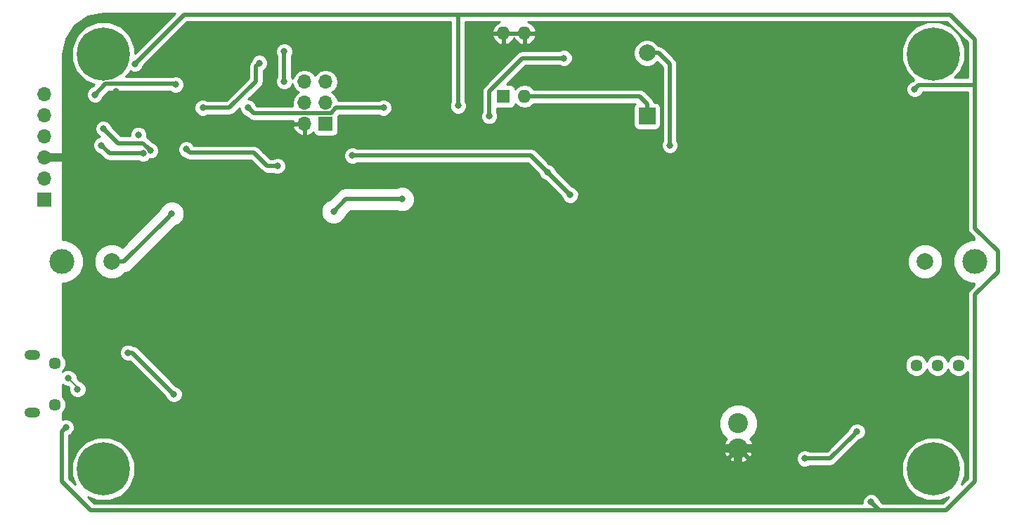
<source format=gbl>
G04 #@! TF.GenerationSoftware,KiCad,Pcbnew,(2017-07-16 revision e797af331)-makepkg*
G04 #@! TF.CreationDate,2018-05-04T01:25:42+02:00*
G04 #@! TF.ProjectId,BRNG,42524E472E6B696361645F7063620000,First release*
G04 #@! TF.SameCoordinates,Original
G04 #@! TF.FileFunction,Copper,L2,Bot,Signal*
G04 #@! TF.FilePolarity,Positive*
%FSLAX46Y46*%
G04 Gerber Fmt 4.6, Leading zero omitted, Abs format (unit mm)*
G04 Created by KiCad (PCBNEW (2017-07-16 revision e797af331)-makepkg) date 05/04/18 01:25:42*
%MOMM*%
%LPD*%
G01*
G04 APERTURE LIST*
%ADD10C,2.000000*%
%ADD11R,2.000000X2.000000*%
%ADD12O,1.700000X1.700000*%
%ADD13R,1.700000X1.700000*%
%ADD14C,6.400000*%
%ADD15C,0.800000*%
%ADD16C,3.000000*%
%ADD17O,1.900000X1.200000*%
%ADD18C,1.450000*%
%ADD19C,2.400000*%
%ADD20C,1.440000*%
%ADD21O,1.600000X1.600000*%
%ADD22R,1.600000X1.600000*%
%ADD23C,0.500000*%
%ADD24C,1.000000*%
%ADD25C,0.200000*%
%ADD26C,0.254000*%
G04 APERTURE END LIST*
D10*
X163500000Y-61400000D03*
D11*
X163500000Y-69000000D03*
D12*
X90900000Y-66390000D03*
X90900000Y-68930000D03*
X90900000Y-71470000D03*
X90900000Y-74010000D03*
X90900000Y-76550000D03*
D13*
X90900000Y-79090000D03*
D14*
X198000000Y-111500000D03*
D15*
X200400000Y-111500000D03*
X199697056Y-113197056D03*
X198000000Y-113900000D03*
X196302944Y-113197056D03*
X195600000Y-111500000D03*
X196302944Y-109802944D03*
X198000000Y-109100000D03*
X199697056Y-109802944D03*
D14*
X198000000Y-61500000D03*
D15*
X200400000Y-61500000D03*
X199697056Y-63197056D03*
X198000000Y-63900000D03*
X196302944Y-63197056D03*
X195600000Y-61500000D03*
X196302944Y-59802944D03*
X198000000Y-59100000D03*
X199697056Y-59802944D03*
D14*
X98000000Y-61500000D03*
D15*
X100400000Y-61500000D03*
X99697056Y-63197056D03*
X98000000Y-63900000D03*
X96302944Y-63197056D03*
X95600000Y-61500000D03*
X96302944Y-59802944D03*
X98000000Y-59100000D03*
X99697056Y-59802944D03*
D14*
X98000000Y-111500000D03*
D15*
X100400000Y-111500000D03*
X99697056Y-113197056D03*
X98000000Y-113900000D03*
X96302944Y-113197056D03*
X95600000Y-111500000D03*
X96302944Y-109802944D03*
X98000000Y-109100000D03*
X99697056Y-109802944D03*
D10*
X197000000Y-86500000D03*
D16*
X203000000Y-86500000D03*
D10*
X99000000Y-86500000D03*
D16*
X93000000Y-86500000D03*
D12*
X122260000Y-64860000D03*
X124800000Y-64860000D03*
X122260000Y-67400000D03*
X124800000Y-67400000D03*
X122260000Y-69940000D03*
D13*
X124800000Y-69940000D03*
D17*
X89450000Y-104750000D03*
X89450000Y-97750000D03*
D18*
X92150000Y-103750000D03*
X92150000Y-98750000D03*
D19*
X174500000Y-106000000D03*
X174500000Y-109000000D03*
D20*
X195960000Y-99000000D03*
X198500000Y-99000000D03*
X201040000Y-99000000D03*
D21*
X146210000Y-59000000D03*
X148750000Y-66620000D03*
X148750000Y-59000000D03*
D22*
X146210000Y-66620000D03*
D15*
X166250000Y-72500000D03*
X158500000Y-70050000D03*
X129250000Y-64000000D03*
X131000000Y-60000000D03*
X94500000Y-107250000D03*
X193500000Y-115250000D03*
X193500000Y-62500000D03*
X99500000Y-66000000D03*
X127750000Y-69250000D03*
X135500000Y-72000000D03*
X146500000Y-78750000D03*
X150750000Y-77500000D03*
X153250000Y-73500000D03*
X154750000Y-71500000D03*
X117500000Y-71750000D03*
X117500000Y-73250000D03*
X187000000Y-106800000D03*
X112250000Y-70500000D03*
X114500000Y-65000000D03*
X114000000Y-70500000D03*
X114300000Y-101950000D03*
X109500000Y-98500000D03*
X96500000Y-97500000D03*
X95500000Y-97500000D03*
X196500000Y-107000000D03*
X119800000Y-61200000D03*
X119800000Y-64800000D03*
X134000000Y-79000000D03*
X125750000Y-80500000D03*
X106250000Y-80750000D03*
X101800000Y-62700000D03*
X106700000Y-65200000D03*
X97000000Y-66400000D03*
X110000000Y-68000000D03*
X116800000Y-62600000D03*
X102250000Y-71250000D03*
X100999976Y-97500000D03*
X106500000Y-102500000D03*
X153500000Y-62000000D03*
X144500000Y-69000000D03*
X94900000Y-101900000D03*
X93800000Y-100550000D03*
X103679888Y-73141757D03*
X98000000Y-70500004D03*
X102800010Y-73500000D03*
X97750000Y-72500000D03*
X188800000Y-107000000D03*
X182500000Y-110250000D03*
X154250000Y-78500000D03*
X151500000Y-75750000D03*
X128000000Y-73750000D03*
X119000000Y-75000000D03*
X108000000Y-73000000D03*
X93500000Y-106500000D03*
X190500000Y-115500000D03*
X195750000Y-65750000D03*
X140750000Y-67750000D03*
X115449998Y-68000000D03*
X131750000Y-68000000D03*
D23*
X163500000Y-61400000D02*
X164914213Y-61400000D01*
X164914213Y-61400000D02*
X166250000Y-62735787D01*
X166250000Y-62735787D02*
X166250000Y-71934315D01*
X166250000Y-71934315D02*
X166250000Y-72500000D01*
X163500000Y-69000000D02*
X163500000Y-67500000D01*
X163500000Y-67500000D02*
X162620000Y-66620000D01*
X162620000Y-66620000D02*
X161280000Y-66620000D01*
X148750000Y-66620000D02*
X161280000Y-66620000D01*
D24*
X172802944Y-109000000D02*
X170500000Y-109000000D01*
X174500000Y-109000000D02*
X172802944Y-109000000D01*
X174500000Y-109000000D02*
X176197056Y-109000000D01*
X176197056Y-109000000D02*
X177000000Y-109802944D01*
X174500000Y-109000000D02*
X174500000Y-110697056D01*
X90900000Y-74010000D02*
X94240000Y-74010000D01*
D23*
X119800000Y-64800000D02*
X119800000Y-61200000D01*
X127250000Y-79000000D02*
X133434315Y-79000000D01*
X125750000Y-80500000D02*
X127250000Y-79000000D01*
X133434315Y-79000000D02*
X134000000Y-79000000D01*
X105850001Y-81149999D02*
X106250000Y-80750000D01*
X100500000Y-86500000D02*
X105850001Y-81149999D01*
X99000000Y-86500000D02*
X100500000Y-86500000D01*
X102199999Y-62300001D02*
X101800000Y-62700000D01*
X140750000Y-56750000D02*
X107750000Y-56750000D01*
X107750000Y-56750000D02*
X102199999Y-62300001D01*
X98299999Y-65100001D02*
X106600001Y-65100001D01*
X106600001Y-65100001D02*
X106700000Y-65200000D01*
X97000000Y-66400000D02*
X98299999Y-65100001D01*
X116400001Y-64799999D02*
X113200000Y-68000000D01*
X113200000Y-68000000D02*
X110000000Y-68000000D01*
X116800000Y-62600000D02*
X116400001Y-62999999D01*
X116400001Y-62999999D02*
X116400001Y-64799999D01*
X101500000Y-97500000D02*
X100999976Y-97500000D01*
X106500000Y-102500000D02*
X101500000Y-97500000D01*
X148509998Y-62000000D02*
X153500000Y-62000000D01*
X144500000Y-69000000D02*
X144500000Y-66009998D01*
X144500000Y-66009998D02*
X148509998Y-62000000D01*
D25*
X94900000Y-101650000D02*
X94900000Y-101900000D01*
X93800000Y-100550000D02*
X94900000Y-101650000D01*
D23*
X102788131Y-72250000D02*
X103279889Y-72741758D01*
X103279889Y-72741758D02*
X103679888Y-73141757D01*
X98000000Y-70500004D02*
X99749996Y-72250000D01*
X99749996Y-72250000D02*
X102788131Y-72250000D01*
X98750000Y-73500000D02*
X102234325Y-73500000D01*
X97750000Y-72500000D02*
X98750000Y-73500000D01*
X102234325Y-73500000D02*
X102800010Y-73500000D01*
X188400001Y-107399999D02*
X188800000Y-107000000D01*
X185550000Y-110250000D02*
X188400001Y-107399999D01*
X182500000Y-110250000D02*
X185550000Y-110250000D01*
X151500000Y-75750000D02*
X154250000Y-78500000D01*
X128000000Y-73750000D02*
X149500000Y-73750000D01*
X149500000Y-73750000D02*
X151500000Y-75750000D01*
X116149999Y-73399999D02*
X117750000Y-75000000D01*
X117750000Y-75000000D02*
X119000000Y-75000000D01*
X108000000Y-73000000D02*
X108399999Y-73399999D01*
X108399999Y-73399999D02*
X116149999Y-73399999D01*
X199500000Y-116500000D02*
X191500000Y-116500000D01*
X203000000Y-113000000D02*
X199500000Y-116500000D01*
X203000000Y-82500000D02*
X205750000Y-85250000D01*
X203000000Y-90500000D02*
X203000000Y-113000000D01*
X205750000Y-87750000D02*
X203000000Y-90500000D01*
X205750000Y-85250000D02*
X205750000Y-87750000D01*
X203000000Y-65250000D02*
X203000000Y-82500000D01*
X93000000Y-107250000D02*
X93000000Y-107000000D01*
X93000000Y-107000000D02*
X93500000Y-106500000D01*
X93000000Y-113000000D02*
X93000000Y-107250000D01*
X96500000Y-116500000D02*
X93000000Y-113000000D01*
X191500000Y-116500000D02*
X96500000Y-116500000D01*
X191500000Y-116500000D02*
X190500000Y-115500000D01*
X203000000Y-65250000D02*
X196250000Y-65250000D01*
X196250000Y-65250000D02*
X195750000Y-65750000D01*
X203000000Y-59750000D02*
X203000000Y-65250000D01*
X200000000Y-56750000D02*
X203000000Y-59750000D01*
X140750000Y-56750000D02*
X200000000Y-56750000D01*
X140750000Y-67750000D02*
X140750000Y-56750000D01*
X131750000Y-68000000D02*
X126050001Y-68000001D01*
X125400001Y-68650001D02*
X116099999Y-68650001D01*
X126050001Y-68000001D02*
X125400001Y-68650001D01*
X116099999Y-68650001D02*
X115449998Y-68000000D01*
D26*
G36*
X101835077Y-61413343D02*
X101835664Y-60740518D01*
X101253050Y-59330485D01*
X100175189Y-58250741D01*
X98766175Y-57665667D01*
X97240518Y-57664336D01*
X95830485Y-58246950D01*
X94750741Y-59324811D01*
X94165667Y-60733825D01*
X94164336Y-62259482D01*
X94746950Y-63669515D01*
X95824811Y-64749259D01*
X96937240Y-65211180D01*
X96775551Y-65372869D01*
X96414485Y-65522058D01*
X96123081Y-65812954D01*
X95965180Y-66193223D01*
X95964821Y-66604971D01*
X96122058Y-66985515D01*
X96412954Y-67276919D01*
X96793223Y-67434820D01*
X97204971Y-67435179D01*
X97585515Y-67277942D01*
X97876919Y-66987046D01*
X98027731Y-66623848D01*
X98666578Y-65985001D01*
X106021196Y-65985001D01*
X106112954Y-66076919D01*
X106493223Y-66234820D01*
X106904971Y-66235179D01*
X107285515Y-66077942D01*
X107576919Y-65787046D01*
X107734820Y-65406777D01*
X107735179Y-64995029D01*
X107577942Y-64614485D01*
X107287046Y-64323081D01*
X106906777Y-64165180D01*
X106495029Y-64164821D01*
X106373584Y-64215001D01*
X100708504Y-64215001D01*
X101249259Y-63675189D01*
X101278724Y-63604229D01*
X101593223Y-63734820D01*
X102004971Y-63735179D01*
X102385515Y-63577942D01*
X102676919Y-63287046D01*
X102827731Y-62923849D01*
X108116579Y-57635000D01*
X139865000Y-57635000D01*
X139865000Y-67182415D01*
X139715180Y-67543223D01*
X139714821Y-67954971D01*
X139872058Y-68335515D01*
X140162954Y-68626919D01*
X140543223Y-68784820D01*
X140954971Y-68785179D01*
X141335515Y-68627942D01*
X141626919Y-68337046D01*
X141784820Y-67956777D01*
X141785179Y-67545029D01*
X141635000Y-67181567D01*
X141635000Y-59349041D01*
X144818086Y-59349041D01*
X145057611Y-59855134D01*
X145472577Y-60231041D01*
X145860961Y-60391904D01*
X146083000Y-60269915D01*
X146083000Y-59127000D01*
X146337000Y-59127000D01*
X146337000Y-60269915D01*
X146559039Y-60391904D01*
X146947423Y-60231041D01*
X147362389Y-59855134D01*
X147480000Y-59606633D01*
X147597611Y-59855134D01*
X148012577Y-60231041D01*
X148400961Y-60391904D01*
X148623000Y-60269915D01*
X148623000Y-59127000D01*
X148877000Y-59127000D01*
X148877000Y-60269915D01*
X149099039Y-60391904D01*
X149487423Y-60231041D01*
X149902389Y-59855134D01*
X150141914Y-59349041D01*
X150020629Y-59127000D01*
X148877000Y-59127000D01*
X148623000Y-59127000D01*
X146337000Y-59127000D01*
X146083000Y-59127000D01*
X144939371Y-59127000D01*
X144818086Y-59349041D01*
X141635000Y-59349041D01*
X141635000Y-57635000D01*
X145796005Y-57635000D01*
X145472577Y-57768959D01*
X145057611Y-58144866D01*
X144818086Y-58650959D01*
X144939371Y-58873000D01*
X146083000Y-58873000D01*
X146083000Y-58853000D01*
X146337000Y-58853000D01*
X146337000Y-58873000D01*
X148623000Y-58873000D01*
X148623000Y-58853000D01*
X148877000Y-58853000D01*
X148877000Y-58873000D01*
X150020629Y-58873000D01*
X150141914Y-58650959D01*
X149902389Y-58144866D01*
X149487423Y-57768959D01*
X149163995Y-57635000D01*
X199633420Y-57635000D01*
X202115000Y-60116579D01*
X202115000Y-64365000D01*
X200558243Y-64365000D01*
X201249259Y-63675189D01*
X201834333Y-62266175D01*
X201835664Y-60740518D01*
X201253050Y-59330485D01*
X200175189Y-58250741D01*
X198766175Y-57665667D01*
X197240518Y-57664336D01*
X195830485Y-58246950D01*
X194750741Y-59324811D01*
X194165667Y-60733825D01*
X194164336Y-62259482D01*
X194746950Y-63669515D01*
X195669663Y-64593840D01*
X195624210Y-64624210D01*
X195624208Y-64624213D01*
X195525552Y-64722869D01*
X195164485Y-64872058D01*
X194873081Y-65162954D01*
X194715180Y-65543223D01*
X194714821Y-65954971D01*
X194872058Y-66335515D01*
X195162954Y-66626919D01*
X195543223Y-66784820D01*
X195954971Y-66785179D01*
X196335515Y-66627942D01*
X196626919Y-66337046D01*
X196710816Y-66135000D01*
X202115000Y-66135000D01*
X202115000Y-82499995D01*
X202114999Y-82500000D01*
X202120370Y-82526999D01*
X202182367Y-82838675D01*
X202374210Y-83125790D01*
X202873000Y-83624580D01*
X202873000Y-83872888D01*
X202479750Y-83872545D01*
X201513868Y-84271639D01*
X200774236Y-85009981D01*
X200373457Y-85975165D01*
X200372545Y-87020250D01*
X200771639Y-87986132D01*
X201509981Y-88725764D01*
X202475165Y-89126543D01*
X202873000Y-89126890D01*
X202873000Y-89375420D01*
X202374210Y-89874210D01*
X202182367Y-90161325D01*
X202182367Y-90161326D01*
X202114999Y-90500000D01*
X202115000Y-90500005D01*
X202115000Y-98158944D01*
X201808548Y-97851957D01*
X201310709Y-97645236D01*
X200771656Y-97644765D01*
X200273457Y-97850617D01*
X199891957Y-98231452D01*
X199769955Y-98525264D01*
X199649383Y-98233457D01*
X199268548Y-97851957D01*
X198770709Y-97645236D01*
X198231656Y-97644765D01*
X197733457Y-97850617D01*
X197351957Y-98231452D01*
X197229955Y-98525264D01*
X197109383Y-98233457D01*
X196728548Y-97851957D01*
X196230709Y-97645236D01*
X195691656Y-97644765D01*
X195193457Y-97850617D01*
X194811957Y-98231452D01*
X194605236Y-98729291D01*
X194604765Y-99268344D01*
X194810617Y-99766543D01*
X195191452Y-100148043D01*
X195689291Y-100354764D01*
X196228344Y-100355235D01*
X196726543Y-100149383D01*
X197108043Y-99768548D01*
X197230045Y-99474736D01*
X197350617Y-99766543D01*
X197731452Y-100148043D01*
X198229291Y-100354764D01*
X198768344Y-100355235D01*
X199266543Y-100149383D01*
X199648043Y-99768548D01*
X199770045Y-99474736D01*
X199890617Y-99766543D01*
X200271452Y-100148043D01*
X200769291Y-100354764D01*
X201308344Y-100355235D01*
X201806543Y-100149383D01*
X202115000Y-99841464D01*
X202115000Y-112633421D01*
X201374255Y-113374166D01*
X201834333Y-112266175D01*
X201835664Y-110740518D01*
X201253050Y-109330485D01*
X200175189Y-108250741D01*
X198766175Y-107665667D01*
X197240518Y-107664336D01*
X195830485Y-108246950D01*
X194750741Y-109324811D01*
X194165667Y-110733825D01*
X194164336Y-112259482D01*
X194746950Y-113669515D01*
X195824811Y-114749259D01*
X197233825Y-115334333D01*
X198759482Y-115335664D01*
X199872749Y-114875671D01*
X199133420Y-115615000D01*
X191866579Y-115615000D01*
X191527131Y-115275551D01*
X191377942Y-114914485D01*
X191087046Y-114623081D01*
X190706777Y-114465180D01*
X190295029Y-114464821D01*
X189914485Y-114622058D01*
X189623081Y-114912954D01*
X189465180Y-115293223D01*
X189464899Y-115615000D01*
X96866579Y-115615000D01*
X96125834Y-114874255D01*
X97233825Y-115334333D01*
X98759482Y-115335664D01*
X100169515Y-114753050D01*
X101249259Y-113675189D01*
X101834333Y-112266175D01*
X101835664Y-110740518D01*
X101652479Y-110297175D01*
X173382430Y-110297175D01*
X173505565Y-110584788D01*
X174187734Y-110844707D01*
X174917443Y-110823786D01*
X175494435Y-110584788D01*
X175550013Y-110454971D01*
X181464821Y-110454971D01*
X181622058Y-110835515D01*
X181912954Y-111126919D01*
X182293223Y-111284820D01*
X182704971Y-111285179D01*
X183068433Y-111135000D01*
X185549995Y-111135000D01*
X185550000Y-111135001D01*
X185832484Y-111078810D01*
X185888675Y-111067633D01*
X186175790Y-110875790D01*
X189024447Y-108027132D01*
X189385515Y-107877942D01*
X189676919Y-107587046D01*
X189834820Y-107206777D01*
X189835179Y-106795029D01*
X189677942Y-106414485D01*
X189387046Y-106123081D01*
X189006777Y-105965180D01*
X188595029Y-105964821D01*
X188214485Y-106122058D01*
X187923081Y-106412954D01*
X187772268Y-106776153D01*
X185183420Y-109365000D01*
X183067585Y-109365000D01*
X182706777Y-109215180D01*
X182295029Y-109214821D01*
X181914485Y-109372058D01*
X181623081Y-109662954D01*
X181465180Y-110043223D01*
X181464821Y-110454971D01*
X175550013Y-110454971D01*
X175617570Y-110297175D01*
X174500000Y-109179605D01*
X173382430Y-110297175D01*
X101652479Y-110297175D01*
X101253050Y-109330485D01*
X100175189Y-108250741D01*
X98766175Y-107665667D01*
X97240518Y-107664336D01*
X95830485Y-108246950D01*
X94750741Y-109324811D01*
X94165667Y-110733825D01*
X94164336Y-112259482D01*
X94624329Y-113372749D01*
X93885000Y-112633420D01*
X93885000Y-107460793D01*
X94085515Y-107377942D01*
X94376919Y-107087046D01*
X94534820Y-106706777D01*
X94535034Y-106460838D01*
X172172597Y-106460838D01*
X172526115Y-107316418D01*
X173124580Y-107915929D01*
X172915212Y-108005565D01*
X172655293Y-108687734D01*
X172676214Y-109417443D01*
X172915212Y-109994435D01*
X173202825Y-110117570D01*
X174320395Y-109000000D01*
X174306253Y-108985858D01*
X174485858Y-108806253D01*
X174500000Y-108820395D01*
X174514143Y-108806253D01*
X174693748Y-108985858D01*
X174679605Y-109000000D01*
X175797175Y-110117570D01*
X176084788Y-109994435D01*
X176344707Y-109312266D01*
X176323786Y-108582557D01*
X176084788Y-108005565D01*
X175874759Y-107915646D01*
X176471585Y-107319861D01*
X176826596Y-106464900D01*
X176827403Y-105539162D01*
X176473885Y-104683582D01*
X175819861Y-104028415D01*
X174964900Y-103673404D01*
X174039162Y-103672597D01*
X173183582Y-104026115D01*
X172528415Y-104680139D01*
X172173404Y-105535100D01*
X172172597Y-106460838D01*
X94535034Y-106460838D01*
X94535179Y-106295029D01*
X94377942Y-105914485D01*
X94087046Y-105623081D01*
X93706777Y-105465180D01*
X93295029Y-105464821D01*
X93127000Y-105534249D01*
X93127000Y-104696358D01*
X93302280Y-104521384D01*
X93509763Y-104021708D01*
X93510236Y-103480666D01*
X93303624Y-102980628D01*
X93127000Y-102803695D01*
X93127000Y-101340815D01*
X93212954Y-101426919D01*
X93593223Y-101584820D01*
X93795550Y-101584996D01*
X93876504Y-101665951D01*
X93865180Y-101693223D01*
X93864821Y-102104971D01*
X94022058Y-102485515D01*
X94312954Y-102776919D01*
X94693223Y-102934820D01*
X95104971Y-102935179D01*
X95485515Y-102777942D01*
X95776919Y-102487046D01*
X95934820Y-102106777D01*
X95935179Y-101695029D01*
X95777942Y-101314485D01*
X95487046Y-101023081D01*
X95188604Y-100899158D01*
X94835004Y-100545558D01*
X94835179Y-100345029D01*
X94677942Y-99964485D01*
X94387046Y-99673081D01*
X94006777Y-99515180D01*
X93595029Y-99514821D01*
X93214485Y-99672058D01*
X93127000Y-99759390D01*
X93127000Y-99696358D01*
X93302280Y-99521384D01*
X93509763Y-99021708D01*
X93510236Y-98480666D01*
X93303624Y-97980628D01*
X93127000Y-97803695D01*
X93127000Y-97704971D01*
X99964797Y-97704971D01*
X100122034Y-98085515D01*
X100412930Y-98376919D01*
X100793199Y-98534820D01*
X101204947Y-98535179D01*
X101260603Y-98512183D01*
X105472869Y-102724448D01*
X105622058Y-103085515D01*
X105912954Y-103376919D01*
X106293223Y-103534820D01*
X106704971Y-103535179D01*
X107085515Y-103377942D01*
X107376919Y-103087046D01*
X107534820Y-102706777D01*
X107535179Y-102295029D01*
X107377942Y-101914485D01*
X107087046Y-101623081D01*
X106723847Y-101472268D01*
X102125790Y-96874210D01*
X101838675Y-96682367D01*
X101782484Y-96671190D01*
X101598517Y-96634596D01*
X101587022Y-96623081D01*
X101206753Y-96465180D01*
X100795005Y-96464821D01*
X100414461Y-96622058D01*
X100123057Y-96912954D01*
X99965156Y-97293223D01*
X99964797Y-97704971D01*
X93127000Y-97704971D01*
X93127000Y-89127112D01*
X93520250Y-89127455D01*
X94486132Y-88728361D01*
X95225764Y-87990019D01*
X95626543Y-87024835D01*
X95626633Y-86921230D01*
X96872632Y-86921230D01*
X97195766Y-87703274D01*
X97793578Y-88302131D01*
X98575057Y-88626630D01*
X99421230Y-88627368D01*
X100203274Y-88304234D01*
X100663917Y-87844395D01*
X101026955Y-87772182D01*
X101473686Y-87473686D01*
X102026142Y-86921230D01*
X194872632Y-86921230D01*
X195195766Y-87703274D01*
X195793578Y-88302131D01*
X196575057Y-88626630D01*
X197421230Y-88627368D01*
X198203274Y-88304234D01*
X198802131Y-87706422D01*
X199126630Y-86924943D01*
X199127368Y-86078770D01*
X198804234Y-85296726D01*
X198206422Y-84697869D01*
X197424943Y-84373370D01*
X196578770Y-84372632D01*
X195796726Y-84695766D01*
X195197869Y-85293578D01*
X194873370Y-86075057D01*
X194872632Y-86921230D01*
X102026142Y-86921230D01*
X106752984Y-82194388D01*
X107113846Y-82045283D01*
X107543773Y-81616106D01*
X107776735Y-81055072D01*
X107776955Y-80802407D01*
X124222735Y-80802407D01*
X124454717Y-81363846D01*
X124883894Y-81793773D01*
X125444928Y-82026735D01*
X126052407Y-82027265D01*
X126613846Y-81795283D01*
X127043773Y-81366106D01*
X127194673Y-81002699D01*
X127820372Y-80377000D01*
X133334327Y-80377000D01*
X133694928Y-80526735D01*
X134302407Y-80527265D01*
X134863846Y-80295283D01*
X135293773Y-79866106D01*
X135526735Y-79305072D01*
X135527265Y-78697593D01*
X135295283Y-78136154D01*
X134866106Y-77706227D01*
X134305072Y-77473265D01*
X133697593Y-77472735D01*
X133333924Y-77623000D01*
X127250000Y-77623000D01*
X126723045Y-77727818D01*
X126276314Y-78026314D01*
X125247016Y-79055612D01*
X124886154Y-79204717D01*
X124456227Y-79633894D01*
X124223265Y-80194928D01*
X124222735Y-80802407D01*
X107776955Y-80802407D01*
X107777265Y-80447593D01*
X107545283Y-79886154D01*
X107116106Y-79456227D01*
X106555072Y-79223265D01*
X105947593Y-79222735D01*
X105386154Y-79454717D01*
X104956227Y-79883894D01*
X104805327Y-80247301D01*
X100280526Y-84772102D01*
X100206422Y-84697869D01*
X99424943Y-84373370D01*
X98578770Y-84372632D01*
X97796726Y-84695766D01*
X97197869Y-85293578D01*
X96873370Y-86075057D01*
X96872632Y-86921230D01*
X95626633Y-86921230D01*
X95627455Y-85979750D01*
X95228361Y-85013868D01*
X94490019Y-84274236D01*
X93524835Y-83873457D01*
X93127000Y-83873110D01*
X93127000Y-72704971D01*
X96714821Y-72704971D01*
X96872058Y-73085515D01*
X97162954Y-73376919D01*
X97526152Y-73527731D01*
X98124208Y-74125787D01*
X98124210Y-74125790D01*
X98261662Y-74217632D01*
X98411326Y-74317634D01*
X98750000Y-74385001D01*
X98750005Y-74385000D01*
X102232425Y-74385000D01*
X102593233Y-74534820D01*
X103004981Y-74535179D01*
X103385525Y-74377942D01*
X103587142Y-74176676D01*
X103884859Y-74176936D01*
X104265403Y-74019699D01*
X104556807Y-73728803D01*
X104714708Y-73348534D01*
X104714833Y-73204971D01*
X106964821Y-73204971D01*
X107122058Y-73585515D01*
X107412954Y-73876919D01*
X107778699Y-74028789D01*
X108061324Y-74217632D01*
X108117515Y-74228809D01*
X108399999Y-74285000D01*
X108400004Y-74284999D01*
X115783419Y-74284999D01*
X117124208Y-75625787D01*
X117124210Y-75625790D01*
X117411325Y-75817633D01*
X117750000Y-75885001D01*
X117750005Y-75885000D01*
X118432415Y-75885000D01*
X118793223Y-76034820D01*
X119204971Y-76035179D01*
X119585515Y-75877942D01*
X119876919Y-75587046D01*
X120034820Y-75206777D01*
X120035179Y-74795029D01*
X119877942Y-74414485D01*
X119587046Y-74123081D01*
X119206777Y-73965180D01*
X118795029Y-73964821D01*
X118431567Y-74115000D01*
X118116579Y-74115000D01*
X117956551Y-73954971D01*
X126964821Y-73954971D01*
X127122058Y-74335515D01*
X127412954Y-74626919D01*
X127793223Y-74784820D01*
X128204971Y-74785179D01*
X128568433Y-74635000D01*
X149133420Y-74635000D01*
X150472869Y-75974448D01*
X150622058Y-76335515D01*
X150912954Y-76626919D01*
X151276151Y-76777731D01*
X153222869Y-78724448D01*
X153372058Y-79085515D01*
X153662954Y-79376919D01*
X154043223Y-79534820D01*
X154454971Y-79535179D01*
X154835515Y-79377942D01*
X155126919Y-79087046D01*
X155284820Y-78706777D01*
X155285179Y-78295029D01*
X155127942Y-77914485D01*
X154837046Y-77623081D01*
X154473847Y-77472268D01*
X152527131Y-75525551D01*
X152377942Y-75164485D01*
X152087046Y-74873081D01*
X151723847Y-74722268D01*
X150125790Y-73124210D01*
X150070170Y-73087046D01*
X149838675Y-72932367D01*
X149748777Y-72914485D01*
X149500000Y-72864999D01*
X149499995Y-72865000D01*
X128567585Y-72865000D01*
X128206777Y-72715180D01*
X127795029Y-72714821D01*
X127414485Y-72872058D01*
X127123081Y-73162954D01*
X126965180Y-73543223D01*
X126964821Y-73954971D01*
X117956551Y-73954971D01*
X116775789Y-72774209D01*
X116672166Y-72704971D01*
X116488674Y-72582366D01*
X116419036Y-72568514D01*
X116149999Y-72514998D01*
X116149994Y-72514999D01*
X108919473Y-72514999D01*
X108877942Y-72414485D01*
X108587046Y-72123081D01*
X108206777Y-71965180D01*
X107795029Y-71964821D01*
X107414485Y-72122058D01*
X107123081Y-72412954D01*
X106965180Y-72793223D01*
X106964821Y-73204971D01*
X104714833Y-73204971D01*
X104715067Y-72936786D01*
X104557830Y-72556242D01*
X104266934Y-72264838D01*
X103903735Y-72114025D01*
X103413921Y-71624210D01*
X103371163Y-71595640D01*
X103258435Y-71520318D01*
X103284820Y-71456777D01*
X103285179Y-71045029D01*
X103127942Y-70664485D01*
X102837046Y-70373081D01*
X102653558Y-70296890D01*
X120818524Y-70296890D01*
X120988355Y-70706924D01*
X121378642Y-71135183D01*
X121903108Y-71381486D01*
X122133000Y-71260819D01*
X122133000Y-70067000D01*
X120939845Y-70067000D01*
X120818524Y-70296890D01*
X102653558Y-70296890D01*
X102456777Y-70215180D01*
X102045029Y-70214821D01*
X101664485Y-70372058D01*
X101373081Y-70662954D01*
X101215180Y-71043223D01*
X101214899Y-71365000D01*
X100116575Y-71365000D01*
X99027131Y-70275555D01*
X98877942Y-69914489D01*
X98587046Y-69623085D01*
X98206777Y-69465184D01*
X97795029Y-69464825D01*
X97414485Y-69622062D01*
X97123081Y-69912958D01*
X96965180Y-70293227D01*
X96964821Y-70704975D01*
X97122058Y-71085519D01*
X97412954Y-71376923D01*
X97624804Y-71464891D01*
X97545029Y-71464821D01*
X97164485Y-71622058D01*
X96873081Y-71912954D01*
X96715180Y-72293223D01*
X96714821Y-72704971D01*
X93127000Y-72704971D01*
X93127000Y-68204971D01*
X108964821Y-68204971D01*
X109122058Y-68585515D01*
X109412954Y-68876919D01*
X109793223Y-69034820D01*
X110204971Y-69035179D01*
X110568433Y-68885000D01*
X113199995Y-68885000D01*
X113200000Y-68885001D01*
X113482484Y-68828810D01*
X113538675Y-68817633D01*
X113825790Y-68625790D01*
X114414966Y-68036614D01*
X114414819Y-68204971D01*
X114572056Y-68585515D01*
X114862952Y-68876919D01*
X115226150Y-69027732D01*
X115474207Y-69275788D01*
X115474209Y-69275791D01*
X115757120Y-69464825D01*
X115761324Y-69467634D01*
X116099999Y-69535002D01*
X116100004Y-69535001D01*
X120838450Y-69535001D01*
X120818524Y-69583110D01*
X120939845Y-69813000D01*
X122133000Y-69813000D01*
X122133000Y-69793000D01*
X122387000Y-69793000D01*
X122387000Y-69813000D01*
X122407000Y-69813000D01*
X122407000Y-70067000D01*
X122387000Y-70067000D01*
X122387000Y-71260819D01*
X122616892Y-71381486D01*
X123141358Y-71135183D01*
X123330039Y-70928145D01*
X123351843Y-71037765D01*
X123492191Y-71247809D01*
X123702235Y-71388157D01*
X123950000Y-71437440D01*
X125650000Y-71437440D01*
X125897765Y-71388157D01*
X126107809Y-71247809D01*
X126248157Y-71037765D01*
X126297440Y-70790000D01*
X126297440Y-69204971D01*
X143464821Y-69204971D01*
X143622058Y-69585515D01*
X143912954Y-69876919D01*
X144293223Y-70034820D01*
X144704971Y-70035179D01*
X145085515Y-69877942D01*
X145376919Y-69587046D01*
X145534820Y-69206777D01*
X145535179Y-68795029D01*
X145385000Y-68431567D01*
X145385000Y-68062467D01*
X145410000Y-68067440D01*
X147010000Y-68067440D01*
X147257765Y-68018157D01*
X147467809Y-67877809D01*
X147608157Y-67667765D01*
X147638083Y-67517313D01*
X147735302Y-67662811D01*
X148200849Y-67973880D01*
X148750000Y-68083113D01*
X149299151Y-67973880D01*
X149764698Y-67662811D01*
X149870144Y-67505000D01*
X162097851Y-67505000D01*
X162042191Y-67542191D01*
X161901843Y-67752235D01*
X161852560Y-68000000D01*
X161852560Y-70000000D01*
X161901843Y-70247765D01*
X162042191Y-70457809D01*
X162252235Y-70598157D01*
X162500000Y-70647440D01*
X164500000Y-70647440D01*
X164747765Y-70598157D01*
X164957809Y-70457809D01*
X165098157Y-70247765D01*
X165147440Y-70000000D01*
X165147440Y-68000000D01*
X165098157Y-67752235D01*
X164957809Y-67542191D01*
X164747765Y-67401843D01*
X164500000Y-67352560D01*
X164355673Y-67352560D01*
X164321819Y-67182368D01*
X164317633Y-67161325D01*
X164125790Y-66874210D01*
X164125787Y-66874208D01*
X163245790Y-65994210D01*
X163127243Y-65915000D01*
X162958675Y-65802367D01*
X162873955Y-65785515D01*
X162620000Y-65734999D01*
X162619995Y-65735000D01*
X149870144Y-65735000D01*
X149764698Y-65577189D01*
X149299151Y-65266120D01*
X148750000Y-65156887D01*
X148200849Y-65266120D01*
X147735302Y-65577189D01*
X147638083Y-65722687D01*
X147608157Y-65572235D01*
X147467809Y-65362191D01*
X147257765Y-65221843D01*
X147010000Y-65172560D01*
X146589018Y-65172560D01*
X148876577Y-62885000D01*
X152932415Y-62885000D01*
X153293223Y-63034820D01*
X153704971Y-63035179D01*
X154085515Y-62877942D01*
X154376919Y-62587046D01*
X154534820Y-62206777D01*
X154535179Y-61795029D01*
X154505746Y-61723795D01*
X161864716Y-61723795D01*
X162113106Y-62324943D01*
X162572637Y-62785278D01*
X163173352Y-63034716D01*
X163823795Y-63035284D01*
X164424943Y-62786894D01*
X164737508Y-62474875D01*
X165365000Y-63102366D01*
X165365000Y-71932415D01*
X165215180Y-72293223D01*
X165214821Y-72704971D01*
X165372058Y-73085515D01*
X165662954Y-73376919D01*
X166043223Y-73534820D01*
X166454971Y-73535179D01*
X166835515Y-73377942D01*
X167126919Y-73087046D01*
X167284820Y-72706777D01*
X167285179Y-72295029D01*
X167135000Y-71931567D01*
X167135000Y-62735792D01*
X167135001Y-62735787D01*
X167067633Y-62397112D01*
X167054824Y-62377942D01*
X166875790Y-62109997D01*
X166875787Y-62109995D01*
X165540003Y-60774210D01*
X165479562Y-60733825D01*
X165252888Y-60582367D01*
X165178816Y-60567633D01*
X164914213Y-60514999D01*
X164914208Y-60515000D01*
X164903398Y-60515000D01*
X164886894Y-60475057D01*
X164427363Y-60014722D01*
X163826648Y-59765284D01*
X163176205Y-59764716D01*
X162575057Y-60013106D01*
X162114722Y-60472637D01*
X161865284Y-61073352D01*
X161864716Y-61723795D01*
X154505746Y-61723795D01*
X154377942Y-61414485D01*
X154087046Y-61123081D01*
X153706777Y-60965180D01*
X153295029Y-60964821D01*
X152931567Y-61115000D01*
X148510003Y-61115000D01*
X148509998Y-61114999D01*
X148171324Y-61182366D01*
X148171322Y-61182367D01*
X148171323Y-61182367D01*
X147884208Y-61374210D01*
X147884206Y-61374213D01*
X143874210Y-65384208D01*
X143682367Y-65671323D01*
X143671533Y-65725791D01*
X143614999Y-66009998D01*
X143615000Y-66010003D01*
X143615000Y-68432415D01*
X143465180Y-68793223D01*
X143464821Y-69204971D01*
X126297440Y-69204971D01*
X126297440Y-69090000D01*
X126283195Y-69018386D01*
X126416580Y-68885001D01*
X131182416Y-68885000D01*
X131543223Y-69034820D01*
X131954971Y-69035179D01*
X132335515Y-68877942D01*
X132626919Y-68587046D01*
X132784820Y-68206777D01*
X132785179Y-67795029D01*
X132627942Y-67414485D01*
X132337046Y-67123081D01*
X131956777Y-66965180D01*
X131545029Y-66964821D01*
X131181566Y-67115000D01*
X126257403Y-67115001D01*
X126201054Y-66831715D01*
X125879147Y-66349946D01*
X125549974Y-66130000D01*
X125879147Y-65910054D01*
X126201054Y-65428285D01*
X126314093Y-64860000D01*
X126201054Y-64291715D01*
X125879147Y-63809946D01*
X125397378Y-63488039D01*
X124829093Y-63375000D01*
X124770907Y-63375000D01*
X124202622Y-63488039D01*
X123720853Y-63809946D01*
X123530000Y-64095578D01*
X123339147Y-63809946D01*
X122857378Y-63488039D01*
X122289093Y-63375000D01*
X122230907Y-63375000D01*
X121662622Y-63488039D01*
X121180853Y-63809946D01*
X120858946Y-64291715D01*
X120810496Y-64535291D01*
X120685000Y-64231567D01*
X120685000Y-61767585D01*
X120834820Y-61406777D01*
X120835179Y-60995029D01*
X120677942Y-60614485D01*
X120387046Y-60323081D01*
X120006777Y-60165180D01*
X119595029Y-60164821D01*
X119214485Y-60322058D01*
X118923081Y-60612954D01*
X118765180Y-60993223D01*
X118764821Y-61404971D01*
X118915000Y-61768433D01*
X118915000Y-64232415D01*
X118765180Y-64593223D01*
X118764821Y-65004971D01*
X118922058Y-65385515D01*
X119212954Y-65676919D01*
X119593223Y-65834820D01*
X120004971Y-65835179D01*
X120385515Y-65677942D01*
X120676919Y-65387046D01*
X120794444Y-65104013D01*
X120858946Y-65428285D01*
X121180853Y-65910054D01*
X121510026Y-66130000D01*
X121180853Y-66349946D01*
X120858946Y-66831715D01*
X120745907Y-67400000D01*
X120818510Y-67765001D01*
X116472770Y-67765001D01*
X116327940Y-67414485D01*
X116037044Y-67123081D01*
X115656775Y-66965180D01*
X115486548Y-66965032D01*
X117025788Y-65425791D01*
X117025791Y-65425789D01*
X117217634Y-65138674D01*
X117243870Y-65006777D01*
X117285002Y-64799999D01*
X117285001Y-64799994D01*
X117285001Y-63519473D01*
X117385515Y-63477942D01*
X117676919Y-63187046D01*
X117834820Y-62806777D01*
X117835179Y-62395029D01*
X117677942Y-62014485D01*
X117387046Y-61723081D01*
X117006777Y-61565180D01*
X116595029Y-61564821D01*
X116214485Y-61722058D01*
X115923081Y-62012954D01*
X115771211Y-62378699D01*
X115582368Y-62661324D01*
X115582368Y-62661325D01*
X115515000Y-62999999D01*
X115515001Y-63000004D01*
X115515001Y-64433420D01*
X112833420Y-67115000D01*
X110567585Y-67115000D01*
X110206777Y-66965180D01*
X109795029Y-66964821D01*
X109414485Y-67122058D01*
X109123081Y-67412954D01*
X108965180Y-67793223D01*
X108964821Y-68204971D01*
X93127000Y-68204971D01*
X93127000Y-61512509D01*
X93500234Y-59636136D01*
X94556028Y-58056028D01*
X96136136Y-57000234D01*
X98012509Y-56627000D01*
X106621421Y-56627000D01*
X101835077Y-61413343D01*
X101835077Y-61413343D01*
G37*
X101835077Y-61413343D02*
X101835664Y-60740518D01*
X101253050Y-59330485D01*
X100175189Y-58250741D01*
X98766175Y-57665667D01*
X97240518Y-57664336D01*
X95830485Y-58246950D01*
X94750741Y-59324811D01*
X94165667Y-60733825D01*
X94164336Y-62259482D01*
X94746950Y-63669515D01*
X95824811Y-64749259D01*
X96937240Y-65211180D01*
X96775551Y-65372869D01*
X96414485Y-65522058D01*
X96123081Y-65812954D01*
X95965180Y-66193223D01*
X95964821Y-66604971D01*
X96122058Y-66985515D01*
X96412954Y-67276919D01*
X96793223Y-67434820D01*
X97204971Y-67435179D01*
X97585515Y-67277942D01*
X97876919Y-66987046D01*
X98027731Y-66623848D01*
X98666578Y-65985001D01*
X106021196Y-65985001D01*
X106112954Y-66076919D01*
X106493223Y-66234820D01*
X106904971Y-66235179D01*
X107285515Y-66077942D01*
X107576919Y-65787046D01*
X107734820Y-65406777D01*
X107735179Y-64995029D01*
X107577942Y-64614485D01*
X107287046Y-64323081D01*
X106906777Y-64165180D01*
X106495029Y-64164821D01*
X106373584Y-64215001D01*
X100708504Y-64215001D01*
X101249259Y-63675189D01*
X101278724Y-63604229D01*
X101593223Y-63734820D01*
X102004971Y-63735179D01*
X102385515Y-63577942D01*
X102676919Y-63287046D01*
X102827731Y-62923849D01*
X108116579Y-57635000D01*
X139865000Y-57635000D01*
X139865000Y-67182415D01*
X139715180Y-67543223D01*
X139714821Y-67954971D01*
X139872058Y-68335515D01*
X140162954Y-68626919D01*
X140543223Y-68784820D01*
X140954971Y-68785179D01*
X141335515Y-68627942D01*
X141626919Y-68337046D01*
X141784820Y-67956777D01*
X141785179Y-67545029D01*
X141635000Y-67181567D01*
X141635000Y-59349041D01*
X144818086Y-59349041D01*
X145057611Y-59855134D01*
X145472577Y-60231041D01*
X145860961Y-60391904D01*
X146083000Y-60269915D01*
X146083000Y-59127000D01*
X146337000Y-59127000D01*
X146337000Y-60269915D01*
X146559039Y-60391904D01*
X146947423Y-60231041D01*
X147362389Y-59855134D01*
X147480000Y-59606633D01*
X147597611Y-59855134D01*
X148012577Y-60231041D01*
X148400961Y-60391904D01*
X148623000Y-60269915D01*
X148623000Y-59127000D01*
X148877000Y-59127000D01*
X148877000Y-60269915D01*
X149099039Y-60391904D01*
X149487423Y-60231041D01*
X149902389Y-59855134D01*
X150141914Y-59349041D01*
X150020629Y-59127000D01*
X148877000Y-59127000D01*
X148623000Y-59127000D01*
X146337000Y-59127000D01*
X146083000Y-59127000D01*
X144939371Y-59127000D01*
X144818086Y-59349041D01*
X141635000Y-59349041D01*
X141635000Y-57635000D01*
X145796005Y-57635000D01*
X145472577Y-57768959D01*
X145057611Y-58144866D01*
X144818086Y-58650959D01*
X144939371Y-58873000D01*
X146083000Y-58873000D01*
X146083000Y-58853000D01*
X146337000Y-58853000D01*
X146337000Y-58873000D01*
X148623000Y-58873000D01*
X148623000Y-58853000D01*
X148877000Y-58853000D01*
X148877000Y-58873000D01*
X150020629Y-58873000D01*
X150141914Y-58650959D01*
X149902389Y-58144866D01*
X149487423Y-57768959D01*
X149163995Y-57635000D01*
X199633420Y-57635000D01*
X202115000Y-60116579D01*
X202115000Y-64365000D01*
X200558243Y-64365000D01*
X201249259Y-63675189D01*
X201834333Y-62266175D01*
X201835664Y-60740518D01*
X201253050Y-59330485D01*
X200175189Y-58250741D01*
X198766175Y-57665667D01*
X197240518Y-57664336D01*
X195830485Y-58246950D01*
X194750741Y-59324811D01*
X194165667Y-60733825D01*
X194164336Y-62259482D01*
X194746950Y-63669515D01*
X195669663Y-64593840D01*
X195624210Y-64624210D01*
X195624208Y-64624213D01*
X195525552Y-64722869D01*
X195164485Y-64872058D01*
X194873081Y-65162954D01*
X194715180Y-65543223D01*
X194714821Y-65954971D01*
X194872058Y-66335515D01*
X195162954Y-66626919D01*
X195543223Y-66784820D01*
X195954971Y-66785179D01*
X196335515Y-66627942D01*
X196626919Y-66337046D01*
X196710816Y-66135000D01*
X202115000Y-66135000D01*
X202115000Y-82499995D01*
X202114999Y-82500000D01*
X202120370Y-82526999D01*
X202182367Y-82838675D01*
X202374210Y-83125790D01*
X202873000Y-83624580D01*
X202873000Y-83872888D01*
X202479750Y-83872545D01*
X201513868Y-84271639D01*
X200774236Y-85009981D01*
X200373457Y-85975165D01*
X200372545Y-87020250D01*
X200771639Y-87986132D01*
X201509981Y-88725764D01*
X202475165Y-89126543D01*
X202873000Y-89126890D01*
X202873000Y-89375420D01*
X202374210Y-89874210D01*
X202182367Y-90161325D01*
X202182367Y-90161326D01*
X202114999Y-90500000D01*
X202115000Y-90500005D01*
X202115000Y-98158944D01*
X201808548Y-97851957D01*
X201310709Y-97645236D01*
X200771656Y-97644765D01*
X200273457Y-97850617D01*
X199891957Y-98231452D01*
X199769955Y-98525264D01*
X199649383Y-98233457D01*
X199268548Y-97851957D01*
X198770709Y-97645236D01*
X198231656Y-97644765D01*
X197733457Y-97850617D01*
X197351957Y-98231452D01*
X197229955Y-98525264D01*
X197109383Y-98233457D01*
X196728548Y-97851957D01*
X196230709Y-97645236D01*
X195691656Y-97644765D01*
X195193457Y-97850617D01*
X194811957Y-98231452D01*
X194605236Y-98729291D01*
X194604765Y-99268344D01*
X194810617Y-99766543D01*
X195191452Y-100148043D01*
X195689291Y-100354764D01*
X196228344Y-100355235D01*
X196726543Y-100149383D01*
X197108043Y-99768548D01*
X197230045Y-99474736D01*
X197350617Y-99766543D01*
X197731452Y-100148043D01*
X198229291Y-100354764D01*
X198768344Y-100355235D01*
X199266543Y-100149383D01*
X199648043Y-99768548D01*
X199770045Y-99474736D01*
X199890617Y-99766543D01*
X200271452Y-100148043D01*
X200769291Y-100354764D01*
X201308344Y-100355235D01*
X201806543Y-100149383D01*
X202115000Y-99841464D01*
X202115000Y-112633421D01*
X201374255Y-113374166D01*
X201834333Y-112266175D01*
X201835664Y-110740518D01*
X201253050Y-109330485D01*
X200175189Y-108250741D01*
X198766175Y-107665667D01*
X197240518Y-107664336D01*
X195830485Y-108246950D01*
X194750741Y-109324811D01*
X194165667Y-110733825D01*
X194164336Y-112259482D01*
X194746950Y-113669515D01*
X195824811Y-114749259D01*
X197233825Y-115334333D01*
X198759482Y-115335664D01*
X199872749Y-114875671D01*
X199133420Y-115615000D01*
X191866579Y-115615000D01*
X191527131Y-115275551D01*
X191377942Y-114914485D01*
X191087046Y-114623081D01*
X190706777Y-114465180D01*
X190295029Y-114464821D01*
X189914485Y-114622058D01*
X189623081Y-114912954D01*
X189465180Y-115293223D01*
X189464899Y-115615000D01*
X96866579Y-115615000D01*
X96125834Y-114874255D01*
X97233825Y-115334333D01*
X98759482Y-115335664D01*
X100169515Y-114753050D01*
X101249259Y-113675189D01*
X101834333Y-112266175D01*
X101835664Y-110740518D01*
X101652479Y-110297175D01*
X173382430Y-110297175D01*
X173505565Y-110584788D01*
X174187734Y-110844707D01*
X174917443Y-110823786D01*
X175494435Y-110584788D01*
X175550013Y-110454971D01*
X181464821Y-110454971D01*
X181622058Y-110835515D01*
X181912954Y-111126919D01*
X182293223Y-111284820D01*
X182704971Y-111285179D01*
X183068433Y-111135000D01*
X185549995Y-111135000D01*
X185550000Y-111135001D01*
X185832484Y-111078810D01*
X185888675Y-111067633D01*
X186175790Y-110875790D01*
X189024447Y-108027132D01*
X189385515Y-107877942D01*
X189676919Y-107587046D01*
X189834820Y-107206777D01*
X189835179Y-106795029D01*
X189677942Y-106414485D01*
X189387046Y-106123081D01*
X189006777Y-105965180D01*
X188595029Y-105964821D01*
X188214485Y-106122058D01*
X187923081Y-106412954D01*
X187772268Y-106776153D01*
X185183420Y-109365000D01*
X183067585Y-109365000D01*
X182706777Y-109215180D01*
X182295029Y-109214821D01*
X181914485Y-109372058D01*
X181623081Y-109662954D01*
X181465180Y-110043223D01*
X181464821Y-110454971D01*
X175550013Y-110454971D01*
X175617570Y-110297175D01*
X174500000Y-109179605D01*
X173382430Y-110297175D01*
X101652479Y-110297175D01*
X101253050Y-109330485D01*
X100175189Y-108250741D01*
X98766175Y-107665667D01*
X97240518Y-107664336D01*
X95830485Y-108246950D01*
X94750741Y-109324811D01*
X94165667Y-110733825D01*
X94164336Y-112259482D01*
X94624329Y-113372749D01*
X93885000Y-112633420D01*
X93885000Y-107460793D01*
X94085515Y-107377942D01*
X94376919Y-107087046D01*
X94534820Y-106706777D01*
X94535034Y-106460838D01*
X172172597Y-106460838D01*
X172526115Y-107316418D01*
X173124580Y-107915929D01*
X172915212Y-108005565D01*
X172655293Y-108687734D01*
X172676214Y-109417443D01*
X172915212Y-109994435D01*
X173202825Y-110117570D01*
X174320395Y-109000000D01*
X174306253Y-108985858D01*
X174485858Y-108806253D01*
X174500000Y-108820395D01*
X174514143Y-108806253D01*
X174693748Y-108985858D01*
X174679605Y-109000000D01*
X175797175Y-110117570D01*
X176084788Y-109994435D01*
X176344707Y-109312266D01*
X176323786Y-108582557D01*
X176084788Y-108005565D01*
X175874759Y-107915646D01*
X176471585Y-107319861D01*
X176826596Y-106464900D01*
X176827403Y-105539162D01*
X176473885Y-104683582D01*
X175819861Y-104028415D01*
X174964900Y-103673404D01*
X174039162Y-103672597D01*
X173183582Y-104026115D01*
X172528415Y-104680139D01*
X172173404Y-105535100D01*
X172172597Y-106460838D01*
X94535034Y-106460838D01*
X94535179Y-106295029D01*
X94377942Y-105914485D01*
X94087046Y-105623081D01*
X93706777Y-105465180D01*
X93295029Y-105464821D01*
X93127000Y-105534249D01*
X93127000Y-104696358D01*
X93302280Y-104521384D01*
X93509763Y-104021708D01*
X93510236Y-103480666D01*
X93303624Y-102980628D01*
X93127000Y-102803695D01*
X93127000Y-101340815D01*
X93212954Y-101426919D01*
X93593223Y-101584820D01*
X93795550Y-101584996D01*
X93876504Y-101665951D01*
X93865180Y-101693223D01*
X93864821Y-102104971D01*
X94022058Y-102485515D01*
X94312954Y-102776919D01*
X94693223Y-102934820D01*
X95104971Y-102935179D01*
X95485515Y-102777942D01*
X95776919Y-102487046D01*
X95934820Y-102106777D01*
X95935179Y-101695029D01*
X95777942Y-101314485D01*
X95487046Y-101023081D01*
X95188604Y-100899158D01*
X94835004Y-100545558D01*
X94835179Y-100345029D01*
X94677942Y-99964485D01*
X94387046Y-99673081D01*
X94006777Y-99515180D01*
X93595029Y-99514821D01*
X93214485Y-99672058D01*
X93127000Y-99759390D01*
X93127000Y-99696358D01*
X93302280Y-99521384D01*
X93509763Y-99021708D01*
X93510236Y-98480666D01*
X93303624Y-97980628D01*
X93127000Y-97803695D01*
X93127000Y-97704971D01*
X99964797Y-97704971D01*
X100122034Y-98085515D01*
X100412930Y-98376919D01*
X100793199Y-98534820D01*
X101204947Y-98535179D01*
X101260603Y-98512183D01*
X105472869Y-102724448D01*
X105622058Y-103085515D01*
X105912954Y-103376919D01*
X106293223Y-103534820D01*
X106704971Y-103535179D01*
X107085515Y-103377942D01*
X107376919Y-103087046D01*
X107534820Y-102706777D01*
X107535179Y-102295029D01*
X107377942Y-101914485D01*
X107087046Y-101623081D01*
X106723847Y-101472268D01*
X102125790Y-96874210D01*
X101838675Y-96682367D01*
X101782484Y-96671190D01*
X101598517Y-96634596D01*
X101587022Y-96623081D01*
X101206753Y-96465180D01*
X100795005Y-96464821D01*
X100414461Y-96622058D01*
X100123057Y-96912954D01*
X99965156Y-97293223D01*
X99964797Y-97704971D01*
X93127000Y-97704971D01*
X93127000Y-89127112D01*
X93520250Y-89127455D01*
X94486132Y-88728361D01*
X95225764Y-87990019D01*
X95626543Y-87024835D01*
X95626633Y-86921230D01*
X96872632Y-86921230D01*
X97195766Y-87703274D01*
X97793578Y-88302131D01*
X98575057Y-88626630D01*
X99421230Y-88627368D01*
X100203274Y-88304234D01*
X100663917Y-87844395D01*
X101026955Y-87772182D01*
X101473686Y-87473686D01*
X102026142Y-86921230D01*
X194872632Y-86921230D01*
X195195766Y-87703274D01*
X195793578Y-88302131D01*
X196575057Y-88626630D01*
X197421230Y-88627368D01*
X198203274Y-88304234D01*
X198802131Y-87706422D01*
X199126630Y-86924943D01*
X199127368Y-86078770D01*
X198804234Y-85296726D01*
X198206422Y-84697869D01*
X197424943Y-84373370D01*
X196578770Y-84372632D01*
X195796726Y-84695766D01*
X195197869Y-85293578D01*
X194873370Y-86075057D01*
X194872632Y-86921230D01*
X102026142Y-86921230D01*
X106752984Y-82194388D01*
X107113846Y-82045283D01*
X107543773Y-81616106D01*
X107776735Y-81055072D01*
X107776955Y-80802407D01*
X124222735Y-80802407D01*
X124454717Y-81363846D01*
X124883894Y-81793773D01*
X125444928Y-82026735D01*
X126052407Y-82027265D01*
X126613846Y-81795283D01*
X127043773Y-81366106D01*
X127194673Y-81002699D01*
X127820372Y-80377000D01*
X133334327Y-80377000D01*
X133694928Y-80526735D01*
X134302407Y-80527265D01*
X134863846Y-80295283D01*
X135293773Y-79866106D01*
X135526735Y-79305072D01*
X135527265Y-78697593D01*
X135295283Y-78136154D01*
X134866106Y-77706227D01*
X134305072Y-77473265D01*
X133697593Y-77472735D01*
X133333924Y-77623000D01*
X127250000Y-77623000D01*
X126723045Y-77727818D01*
X126276314Y-78026314D01*
X125247016Y-79055612D01*
X124886154Y-79204717D01*
X124456227Y-79633894D01*
X124223265Y-80194928D01*
X124222735Y-80802407D01*
X107776955Y-80802407D01*
X107777265Y-80447593D01*
X107545283Y-79886154D01*
X107116106Y-79456227D01*
X106555072Y-79223265D01*
X105947593Y-79222735D01*
X105386154Y-79454717D01*
X104956227Y-79883894D01*
X104805327Y-80247301D01*
X100280526Y-84772102D01*
X100206422Y-84697869D01*
X99424943Y-84373370D01*
X98578770Y-84372632D01*
X97796726Y-84695766D01*
X97197869Y-85293578D01*
X96873370Y-86075057D01*
X96872632Y-86921230D01*
X95626633Y-86921230D01*
X95627455Y-85979750D01*
X95228361Y-85013868D01*
X94490019Y-84274236D01*
X93524835Y-83873457D01*
X93127000Y-83873110D01*
X93127000Y-72704971D01*
X96714821Y-72704971D01*
X96872058Y-73085515D01*
X97162954Y-73376919D01*
X97526152Y-73527731D01*
X98124208Y-74125787D01*
X98124210Y-74125790D01*
X98261662Y-74217632D01*
X98411326Y-74317634D01*
X98750000Y-74385001D01*
X98750005Y-74385000D01*
X102232425Y-74385000D01*
X102593233Y-74534820D01*
X103004981Y-74535179D01*
X103385525Y-74377942D01*
X103587142Y-74176676D01*
X103884859Y-74176936D01*
X104265403Y-74019699D01*
X104556807Y-73728803D01*
X104714708Y-73348534D01*
X104714833Y-73204971D01*
X106964821Y-73204971D01*
X107122058Y-73585515D01*
X107412954Y-73876919D01*
X107778699Y-74028789D01*
X108061324Y-74217632D01*
X108117515Y-74228809D01*
X108399999Y-74285000D01*
X108400004Y-74284999D01*
X115783419Y-74284999D01*
X117124208Y-75625787D01*
X117124210Y-75625790D01*
X117411325Y-75817633D01*
X117750000Y-75885001D01*
X117750005Y-75885000D01*
X118432415Y-75885000D01*
X118793223Y-76034820D01*
X119204971Y-76035179D01*
X119585515Y-75877942D01*
X119876919Y-75587046D01*
X120034820Y-75206777D01*
X120035179Y-74795029D01*
X119877942Y-74414485D01*
X119587046Y-74123081D01*
X119206777Y-73965180D01*
X118795029Y-73964821D01*
X118431567Y-74115000D01*
X118116579Y-74115000D01*
X117956551Y-73954971D01*
X126964821Y-73954971D01*
X127122058Y-74335515D01*
X127412954Y-74626919D01*
X127793223Y-74784820D01*
X128204971Y-74785179D01*
X128568433Y-74635000D01*
X149133420Y-74635000D01*
X150472869Y-75974448D01*
X150622058Y-76335515D01*
X150912954Y-76626919D01*
X151276151Y-76777731D01*
X153222869Y-78724448D01*
X153372058Y-79085515D01*
X153662954Y-79376919D01*
X154043223Y-79534820D01*
X154454971Y-79535179D01*
X154835515Y-79377942D01*
X155126919Y-79087046D01*
X155284820Y-78706777D01*
X155285179Y-78295029D01*
X155127942Y-77914485D01*
X154837046Y-77623081D01*
X154473847Y-77472268D01*
X152527131Y-75525551D01*
X152377942Y-75164485D01*
X152087046Y-74873081D01*
X151723847Y-74722268D01*
X150125790Y-73124210D01*
X150070170Y-73087046D01*
X149838675Y-72932367D01*
X149748777Y-72914485D01*
X149500000Y-72864999D01*
X149499995Y-72865000D01*
X128567585Y-72865000D01*
X128206777Y-72715180D01*
X127795029Y-72714821D01*
X127414485Y-72872058D01*
X127123081Y-73162954D01*
X126965180Y-73543223D01*
X126964821Y-73954971D01*
X117956551Y-73954971D01*
X116775789Y-72774209D01*
X116672166Y-72704971D01*
X116488674Y-72582366D01*
X116419036Y-72568514D01*
X116149999Y-72514998D01*
X116149994Y-72514999D01*
X108919473Y-72514999D01*
X108877942Y-72414485D01*
X108587046Y-72123081D01*
X108206777Y-71965180D01*
X107795029Y-71964821D01*
X107414485Y-72122058D01*
X107123081Y-72412954D01*
X106965180Y-72793223D01*
X106964821Y-73204971D01*
X104714833Y-73204971D01*
X104715067Y-72936786D01*
X104557830Y-72556242D01*
X104266934Y-72264838D01*
X103903735Y-72114025D01*
X103413921Y-71624210D01*
X103371163Y-71595640D01*
X103258435Y-71520318D01*
X103284820Y-71456777D01*
X103285179Y-71045029D01*
X103127942Y-70664485D01*
X102837046Y-70373081D01*
X102653558Y-70296890D01*
X120818524Y-70296890D01*
X120988355Y-70706924D01*
X121378642Y-71135183D01*
X121903108Y-71381486D01*
X122133000Y-71260819D01*
X122133000Y-70067000D01*
X120939845Y-70067000D01*
X120818524Y-70296890D01*
X102653558Y-70296890D01*
X102456777Y-70215180D01*
X102045029Y-70214821D01*
X101664485Y-70372058D01*
X101373081Y-70662954D01*
X101215180Y-71043223D01*
X101214899Y-71365000D01*
X100116575Y-71365000D01*
X99027131Y-70275555D01*
X98877942Y-69914489D01*
X98587046Y-69623085D01*
X98206777Y-69465184D01*
X97795029Y-69464825D01*
X97414485Y-69622062D01*
X97123081Y-69912958D01*
X96965180Y-70293227D01*
X96964821Y-70704975D01*
X97122058Y-71085519D01*
X97412954Y-71376923D01*
X97624804Y-71464891D01*
X97545029Y-71464821D01*
X97164485Y-71622058D01*
X96873081Y-71912954D01*
X96715180Y-72293223D01*
X96714821Y-72704971D01*
X93127000Y-72704971D01*
X93127000Y-68204971D01*
X108964821Y-68204971D01*
X109122058Y-68585515D01*
X109412954Y-68876919D01*
X109793223Y-69034820D01*
X110204971Y-69035179D01*
X110568433Y-68885000D01*
X113199995Y-68885000D01*
X113200000Y-68885001D01*
X113482484Y-68828810D01*
X113538675Y-68817633D01*
X113825790Y-68625790D01*
X114414966Y-68036614D01*
X114414819Y-68204971D01*
X114572056Y-68585515D01*
X114862952Y-68876919D01*
X115226150Y-69027732D01*
X115474207Y-69275788D01*
X115474209Y-69275791D01*
X115757120Y-69464825D01*
X115761324Y-69467634D01*
X116099999Y-69535002D01*
X116100004Y-69535001D01*
X120838450Y-69535001D01*
X120818524Y-69583110D01*
X120939845Y-69813000D01*
X122133000Y-69813000D01*
X122133000Y-69793000D01*
X122387000Y-69793000D01*
X122387000Y-69813000D01*
X122407000Y-69813000D01*
X122407000Y-70067000D01*
X122387000Y-70067000D01*
X122387000Y-71260819D01*
X122616892Y-71381486D01*
X123141358Y-71135183D01*
X123330039Y-70928145D01*
X123351843Y-71037765D01*
X123492191Y-71247809D01*
X123702235Y-71388157D01*
X123950000Y-71437440D01*
X125650000Y-71437440D01*
X125897765Y-71388157D01*
X126107809Y-71247809D01*
X126248157Y-71037765D01*
X126297440Y-70790000D01*
X126297440Y-69204971D01*
X143464821Y-69204971D01*
X143622058Y-69585515D01*
X143912954Y-69876919D01*
X144293223Y-70034820D01*
X144704971Y-70035179D01*
X145085515Y-69877942D01*
X145376919Y-69587046D01*
X145534820Y-69206777D01*
X145535179Y-68795029D01*
X145385000Y-68431567D01*
X145385000Y-68062467D01*
X145410000Y-68067440D01*
X147010000Y-68067440D01*
X147257765Y-68018157D01*
X147467809Y-67877809D01*
X147608157Y-67667765D01*
X147638083Y-67517313D01*
X147735302Y-67662811D01*
X148200849Y-67973880D01*
X148750000Y-68083113D01*
X149299151Y-67973880D01*
X149764698Y-67662811D01*
X149870144Y-67505000D01*
X162097851Y-67505000D01*
X162042191Y-67542191D01*
X161901843Y-67752235D01*
X161852560Y-68000000D01*
X161852560Y-70000000D01*
X161901843Y-70247765D01*
X162042191Y-70457809D01*
X162252235Y-70598157D01*
X162500000Y-70647440D01*
X164500000Y-70647440D01*
X164747765Y-70598157D01*
X164957809Y-70457809D01*
X165098157Y-70247765D01*
X165147440Y-70000000D01*
X165147440Y-68000000D01*
X165098157Y-67752235D01*
X164957809Y-67542191D01*
X164747765Y-67401843D01*
X164500000Y-67352560D01*
X164355673Y-67352560D01*
X164321819Y-67182368D01*
X164317633Y-67161325D01*
X164125790Y-66874210D01*
X164125787Y-66874208D01*
X163245790Y-65994210D01*
X163127243Y-65915000D01*
X162958675Y-65802367D01*
X162873955Y-65785515D01*
X162620000Y-65734999D01*
X162619995Y-65735000D01*
X149870144Y-65735000D01*
X149764698Y-65577189D01*
X149299151Y-65266120D01*
X148750000Y-65156887D01*
X148200849Y-65266120D01*
X147735302Y-65577189D01*
X147638083Y-65722687D01*
X147608157Y-65572235D01*
X147467809Y-65362191D01*
X147257765Y-65221843D01*
X147010000Y-65172560D01*
X146589018Y-65172560D01*
X148876577Y-62885000D01*
X152932415Y-62885000D01*
X153293223Y-63034820D01*
X153704971Y-63035179D01*
X154085515Y-62877942D01*
X154376919Y-62587046D01*
X154534820Y-62206777D01*
X154535179Y-61795029D01*
X154505746Y-61723795D01*
X161864716Y-61723795D01*
X162113106Y-62324943D01*
X162572637Y-62785278D01*
X163173352Y-63034716D01*
X163823795Y-63035284D01*
X164424943Y-62786894D01*
X164737508Y-62474875D01*
X165365000Y-63102366D01*
X165365000Y-71932415D01*
X165215180Y-72293223D01*
X165214821Y-72704971D01*
X165372058Y-73085515D01*
X165662954Y-73376919D01*
X166043223Y-73534820D01*
X166454971Y-73535179D01*
X166835515Y-73377942D01*
X167126919Y-73087046D01*
X167284820Y-72706777D01*
X167285179Y-72295029D01*
X167135000Y-71931567D01*
X167135000Y-62735792D01*
X167135001Y-62735787D01*
X167067633Y-62397112D01*
X167054824Y-62377942D01*
X166875790Y-62109997D01*
X166875787Y-62109995D01*
X165540003Y-60774210D01*
X165479562Y-60733825D01*
X165252888Y-60582367D01*
X165178816Y-60567633D01*
X164914213Y-60514999D01*
X164914208Y-60515000D01*
X164903398Y-60515000D01*
X164886894Y-60475057D01*
X164427363Y-60014722D01*
X163826648Y-59765284D01*
X163176205Y-59764716D01*
X162575057Y-60013106D01*
X162114722Y-60472637D01*
X161865284Y-61073352D01*
X161864716Y-61723795D01*
X154505746Y-61723795D01*
X154377942Y-61414485D01*
X154087046Y-61123081D01*
X153706777Y-60965180D01*
X153295029Y-60964821D01*
X152931567Y-61115000D01*
X148510003Y-61115000D01*
X148509998Y-61114999D01*
X148171324Y-61182366D01*
X148171322Y-61182367D01*
X148171323Y-61182367D01*
X147884208Y-61374210D01*
X147884206Y-61374213D01*
X143874210Y-65384208D01*
X143682367Y-65671323D01*
X143671533Y-65725791D01*
X143614999Y-66009998D01*
X143615000Y-66010003D01*
X143615000Y-68432415D01*
X143465180Y-68793223D01*
X143464821Y-69204971D01*
X126297440Y-69204971D01*
X126297440Y-69090000D01*
X126283195Y-69018386D01*
X126416580Y-68885001D01*
X131182416Y-68885000D01*
X131543223Y-69034820D01*
X131954971Y-69035179D01*
X132335515Y-68877942D01*
X132626919Y-68587046D01*
X132784820Y-68206777D01*
X132785179Y-67795029D01*
X132627942Y-67414485D01*
X132337046Y-67123081D01*
X131956777Y-66965180D01*
X131545029Y-66964821D01*
X131181566Y-67115000D01*
X126257403Y-67115001D01*
X126201054Y-66831715D01*
X125879147Y-66349946D01*
X125549974Y-66130000D01*
X125879147Y-65910054D01*
X126201054Y-65428285D01*
X126314093Y-64860000D01*
X126201054Y-64291715D01*
X125879147Y-63809946D01*
X125397378Y-63488039D01*
X124829093Y-63375000D01*
X124770907Y-63375000D01*
X124202622Y-63488039D01*
X123720853Y-63809946D01*
X123530000Y-64095578D01*
X123339147Y-63809946D01*
X122857378Y-63488039D01*
X122289093Y-63375000D01*
X122230907Y-63375000D01*
X121662622Y-63488039D01*
X121180853Y-63809946D01*
X120858946Y-64291715D01*
X120810496Y-64535291D01*
X120685000Y-64231567D01*
X120685000Y-61767585D01*
X120834820Y-61406777D01*
X120835179Y-60995029D01*
X120677942Y-60614485D01*
X120387046Y-60323081D01*
X120006777Y-60165180D01*
X119595029Y-60164821D01*
X119214485Y-60322058D01*
X118923081Y-60612954D01*
X118765180Y-60993223D01*
X118764821Y-61404971D01*
X118915000Y-61768433D01*
X118915000Y-64232415D01*
X118765180Y-64593223D01*
X118764821Y-65004971D01*
X118922058Y-65385515D01*
X119212954Y-65676919D01*
X119593223Y-65834820D01*
X120004971Y-65835179D01*
X120385515Y-65677942D01*
X120676919Y-65387046D01*
X120794444Y-65104013D01*
X120858946Y-65428285D01*
X121180853Y-65910054D01*
X121510026Y-66130000D01*
X121180853Y-66349946D01*
X120858946Y-66831715D01*
X120745907Y-67400000D01*
X120818510Y-67765001D01*
X116472770Y-67765001D01*
X116327940Y-67414485D01*
X116037044Y-67123081D01*
X115656775Y-66965180D01*
X115486548Y-66965032D01*
X117025788Y-65425791D01*
X117025791Y-65425789D01*
X117217634Y-65138674D01*
X117243870Y-65006777D01*
X117285002Y-64799999D01*
X117285001Y-64799994D01*
X117285001Y-63519473D01*
X117385515Y-63477942D01*
X117676919Y-63187046D01*
X117834820Y-62806777D01*
X117835179Y-62395029D01*
X117677942Y-62014485D01*
X117387046Y-61723081D01*
X117006777Y-61565180D01*
X116595029Y-61564821D01*
X116214485Y-61722058D01*
X115923081Y-62012954D01*
X115771211Y-62378699D01*
X115582368Y-62661324D01*
X115582368Y-62661325D01*
X115515000Y-62999999D01*
X115515001Y-63000004D01*
X115515001Y-64433420D01*
X112833420Y-67115000D01*
X110567585Y-67115000D01*
X110206777Y-66965180D01*
X109795029Y-66964821D01*
X109414485Y-67122058D01*
X109123081Y-67412954D01*
X108965180Y-67793223D01*
X108964821Y-68204971D01*
X93127000Y-68204971D01*
X93127000Y-61512509D01*
X93500234Y-59636136D01*
X94556028Y-58056028D01*
X96136136Y-57000234D01*
X98012509Y-56627000D01*
X106621421Y-56627000D01*
X101835077Y-61413343D01*
M02*

</source>
